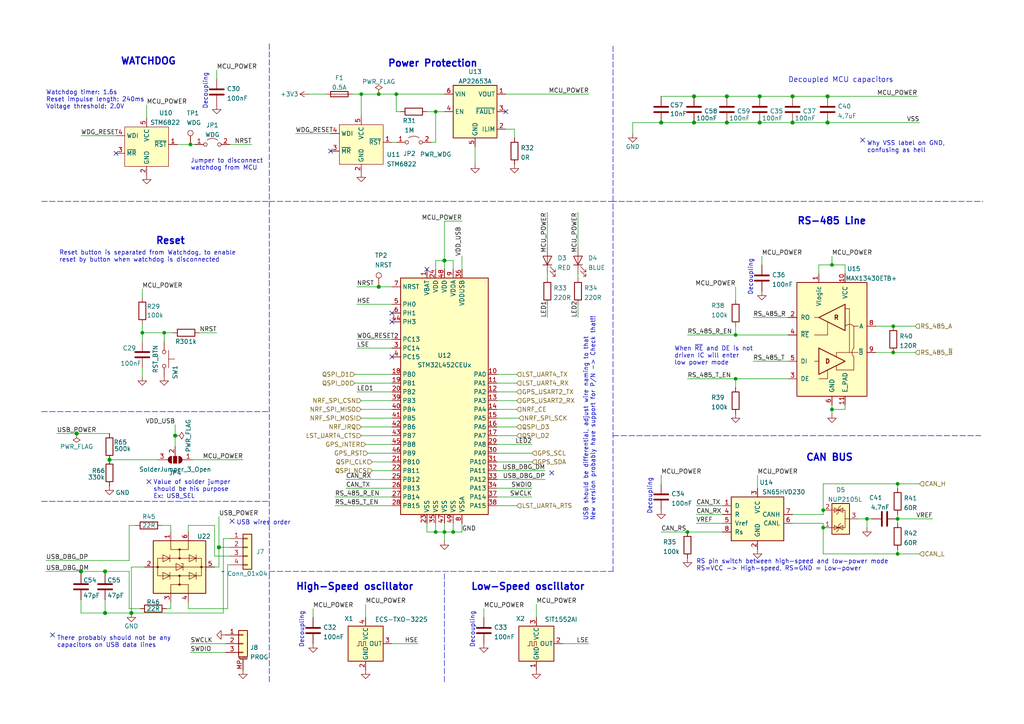
<source format=kicad_sch>
(kicad_sch (version 20210621) (generator eeschema)
  (paper "A4")
  (title_block (title "BUTCube - communication module") (date "2021-11-18") (rev "v0.2") (company "VUT - FIT(STRaDe) & FME(IAE & IPE)") (comment 1 "Author: Štěpán Rydlo"))
  (lib_symbols
    (symbol "Connector:TestPoint" (pin_numbers hide) (pin_names (offset 0.762) hide)
      (property "Reference" "TP" (at 0 6.858 0))
      (property "Value" "TestPoint" (at 0 5.08 0))
      (symbol "TestPoint_1_1"
        (pin passive line (at 0 0 90) (length 2.54) (name "1") (number "1"))
      )
    )
    (symbol "Connector_Generic:Conn_01x04" (pin_names (offset 1.016) hide)
      (property "Reference" "J" (at 0 5.08 0))
      (property "Value" "Conn_01x04" (at 0 -7.62 0))
      (symbol "Conn_01x04_1_1"
        (pin passive line (at -5.08 2.54 0) (length 3.81) (name "Pin_1") (number "1"))
        (pin passive line (at -5.08 0 0) (length 3.81) (name "Pin_2") (number "2"))
        (pin passive line (at -5.08 -2.54 0) (length 3.81) (name "Pin_3") (number "3"))
        (pin passive line (at -5.08 -5.08 0) (length 3.81) (name "Pin_4") (number "4"))
      )
    )
    (symbol "Connector_Generic_MountingPin:Conn_01x03_MountingPin" (pin_names (offset 1.016) hide)
      (property "Reference" "J" (at 0 5.08 0))
      (property "Value" "Conn_01x03_MountingPin" (at 1.27 -5.08 0))
      (symbol "Conn_01x03_MountingPin_1_1"
        (text "Mounting" (at 0 -4.191 0) (effects (font (size 0.381 0.381))))
        (pin passive line (at -5.08 2.54 0) (length 3.81) (name "Pin_1") (number "1"))
        (pin passive line (at -5.08 0 0) (length 3.81) (name "Pin_2") (number "2"))
        (pin passive line (at -5.08 -2.54 0) (length 3.81) (name "Pin_3") (number "3"))
        (pin passive line (at 0 -7.62 90) (length 3.048) (name "MountPin") (number "MP"))
      )
    )
    (symbol "Device:C" (pin_numbers hide) (pin_names (offset 0.254))
      (property "Reference" "C" (at 0.635 2.54 0))
      (property "Value" "C" (at 0.635 -2.54 0))
      (symbol "C_1_1"
        (pin passive line (at 0 3.81 270) (length 2.794) (name "~") (number "1"))
        (pin passive line (at 0 -3.81 90) (length 2.794) (name "~") (number "2"))
      )
    )
    (symbol "Device:Fuse" (pin_numbers hide) (pin_names (offset 0))
      (property "Reference" "F" (at 2.032 0 90))
      (property "Value" "Fuse" (at -1.905 0 90))
      (symbol "Fuse_1_1"
        (pin passive line (at 0 3.81 270) (length 1.27) (name "~") (number "1"))
        (pin passive line (at 0 -3.81 90) (length 1.27) (name "~") (number "2"))
      )
    )
    (symbol "Device:LED" (pin_numbers hide) (pin_names (offset 1.016) hide)
      (property "Reference" "D" (at 0 2.54 0))
      (property "Value" "LED" (at 0 -2.54 0))
      (symbol "LED_1_1"
        (pin passive line (at -3.81 0 0) (length 2.54) (name "K") (number "1"))
        (pin passive line (at 3.81 0 180) (length 2.54) (name "A") (number "2"))
      )
    )
    (symbol "Device:R" (pin_numbers hide) (pin_names (offset 0))
      (property "Reference" "R" (at 2.032 0 90))
      (property "Value" "R" (at 0 0 90))
      (symbol "R_1_1"
        (pin passive line (at 0 3.81 270) (length 1.27) (name "~") (number "1"))
        (pin passive line (at 0 -3.81 90) (length 1.27) (name "~") (number "2"))
      )
    )
    (symbol "Interface_CAN_LIN:SN65HVD230" (pin_names (offset 1.016))
      (property "Reference" "U" (at -2.54 10.16 0))
      (property "Value" "SN65HVD230" (at -2.54 7.62 0))
      (symbol "SN65HVD230_1_1"
        (pin input line (at -10.16 2.54 0) (length 2.54) (name "D") (number "1"))
        (pin power_in line (at 0 -10.16 90) (length 2.54) (name "GND") (number "2"))
        (pin power_in line (at 0 7.62 270) (length 2.54) (name "VCC") (number "3"))
        (pin output line (at -10.16 0 0) (length 2.54) (name "R") (number "4"))
        (pin output line (at -10.16 -2.54 0) (length 2.54) (name "Vref") (number "5"))
        (pin bidirectional line (at 10.16 -2.54 180) (length 2.54) (name "CANL") (number "6"))
        (pin bidirectional line (at 10.16 0 180) (length 2.54) (name "CANH") (number "7"))
        (pin input line (at -10.16 -5.08 0) (length 2.54) (name "Rs") (number "8"))
      )
    )
    (symbol "Jumper:Jumper_2_Open" (pin_names (offset 0) hide)
      (property "Reference" "JP" (at 0 2.794 0))
      (property "Value" "Jumper_2_Open" (at 0 -2.286 0))
      (symbol "Jumper_2_Open_1_1"
        (pin passive line (at -5.08 0 0) (length 2.54) (name "A") (number "1"))
        (pin passive line (at 5.08 0 180) (length 2.54) (name "B") (number "2"))
      )
    )
    (symbol "Jumper:SolderJumper_3_Open" (pin_names (offset 0) hide)
      (property "Reference" "JP" (at -2.54 -2.54 0))
      (property "Value" "SolderJumper_3_Open" (at 0 2.794 0))
      (symbol "SolderJumper_3_Open_1_1"
        (pin passive line (at -5.08 0 0) (length 2.54) (name "A") (number "1"))
        (pin input line (at 0 -3.81 90) (length 2.54) (name "C") (number "2"))
        (pin passive line (at 5.08 0 180) (length 2.54) (name "B") (number "3"))
      )
    )
    (symbol "Jumper_2_Open_1" (pin_names (offset 0) hide)
      (property "Reference" "JP" (at 0 2.794 0))
      (property "Value" "Jumper_2_Open_1" (at 0 -2.286 0))
      (symbol "Jumper_2_Open_1_1_1"
        (pin passive line (at -5.08 0 0) (length 2.54) (name "A") (number "1"))
        (pin passive line (at 5.08 0 180) (length 2.54) (name "B") (number "2"))
      )
    )
    (symbol "MCU_ST_STM32L4:STM32L452CEUx"
      (property "Reference" "U" (at -12.7 34.29 0))
      (property "Value" "STM32L452CEUx" (at 7.62 34.29 0))
      (symbol "STM32L452CEUx_1_1"
        (pin power_in line (at -5.08 35.56 270) (length 2.54) (name "VBAT") (number "1"))
        (pin bidirectional line (at 15.24 5.08 180) (length 2.54) (name "PA0") (number "10"))
        (pin bidirectional line (at 15.24 2.54 180) (length 2.54) (name "PA1") (number "11"))
        (pin bidirectional line (at 15.24 0 180) (length 2.54) (name "PA2") (number "12"))
        (pin bidirectional line (at 15.24 -2.54 180) (length 2.54) (name "PA3") (number "13"))
        (pin bidirectional line (at 15.24 -5.08 180) (length 2.54) (name "PA4") (number "14"))
        (pin bidirectional line (at 15.24 -7.62 180) (length 2.54) (name "PA5") (number "15"))
        (pin bidirectional line (at 15.24 -10.16 180) (length 2.54) (name "PA6") (number "16"))
        (pin bidirectional line (at 15.24 -12.7 180) (length 2.54) (name "PA7") (number "17"))
        (pin bidirectional line (at -15.24 5.08 0) (length 2.54) (name "PB0") (number "18"))
        (pin bidirectional line (at -15.24 2.54 0) (length 2.54) (name "PB1") (number "19"))
        (pin bidirectional line (at -15.24 15.24 0) (length 2.54) (name "PC13") (number "2"))
        (pin bidirectional line (at -15.24 0 0) (length 2.54) (name "PB2") (number "20"))
        (pin bidirectional line (at -15.24 -20.32 0) (length 2.54) (name "PB10") (number "21"))
        (pin bidirectional line (at -15.24 -22.86 0) (length 2.54) (name "PB11") (number "22"))
        (pin power_in line (at -5.08 -38.1 90) (length 2.54) (name "VSS") (number "23"))
        (pin power_in line (at -2.54 35.56 270) (length 2.54) (name "VDD") (number "24"))
        (pin bidirectional line (at -15.24 -25.4 0) (length 2.54) (name "PB12") (number "25"))
        (pin bidirectional line (at -15.24 -27.94 0) (length 2.54) (name "PB13") (number "26"))
        (pin bidirectional line (at -15.24 -30.48 0) (length 2.54) (name "PB14") (number "27"))
        (pin bidirectional line (at -15.24 -33.02 0) (length 2.54) (name "PB15") (number "28"))
        (pin bidirectional line (at 15.24 -15.24 180) (length 2.54) (name "PA8") (number "29"))
        (pin bidirectional line (at -15.24 12.7 0) (length 2.54) (name "PC14") (number "3"))
        (pin bidirectional line (at 15.24 -17.78 180) (length 2.54) (name "PA9") (number "30"))
        (pin bidirectional line (at 15.24 -20.32 180) (length 2.54) (name "PA10") (number "31"))
        (pin bidirectional line (at 15.24 -22.86 180) (length 2.54) (name "PA11") (number "32"))
        (pin bidirectional line (at 15.24 -25.4 180) (length 2.54) (name "PA12") (number "33"))
        (pin bidirectional line (at 15.24 -27.94 180) (length 2.54) (name "PA13") (number "34"))
        (pin power_in line (at -2.54 -38.1 90) (length 2.54) (name "VSS") (number "35"))
        (pin power_in line (at 5.08 35.56 270) (length 2.54) (name "VDDUSB") (number "36"))
        (pin bidirectional line (at 15.24 -30.48 180) (length 2.54) (name "PA14") (number "37"))
        (pin bidirectional line (at 15.24 -33.02 180) (length 2.54) (name "PA15") (number "38"))
        (pin bidirectional line (at -15.24 -2.54 0) (length 2.54) (name "PB3") (number "39"))
        (pin bidirectional line (at -15.24 10.16 0) (length 2.54) (name "PC15") (number "4"))
        (pin bidirectional line (at -15.24 -5.08 0) (length 2.54) (name "PB4") (number "40"))
        (pin bidirectional line (at -15.24 -7.62 0) (length 2.54) (name "PB5") (number "41"))
        (pin bidirectional line (at -15.24 -10.16 0) (length 2.54) (name "PB6") (number "42"))
        (pin bidirectional line (at -15.24 -12.7 0) (length 2.54) (name "PB7") (number "43"))
        (pin bidirectional line (at -15.24 20.32 0) (length 2.54) (name "PH3") (number "44"))
        (pin bidirectional line (at -15.24 -15.24 0) (length 2.54) (name "PB8") (number "45"))
        (pin bidirectional line (at -15.24 -17.78 0) (length 2.54) (name "PB9") (number "46"))
        (pin power_in line (at 0 -38.1 90) (length 2.54) (name "VSS") (number "47"))
        (pin power_in line (at 0 35.56 270) (length 2.54) (name "VDD") (number "48"))
        (pin power_in line (at 2.54 -38.1 90) (length 2.54) (name "VSS") (number "49"))
        (pin input line (at -15.24 25.4 0) (length 2.54) (name "PH0") (number "5"))
        (pin input line (at -15.24 22.86 0) (length 2.54) (name "PH1") (number "6"))
        (pin input line (at -15.24 30.48 0) (length 2.54) (name "NRST") (number "7"))
        (pin power_in line (at 5.08 -38.1 90) (length 2.54) (name "VSSA") (number "8"))
        (pin power_in line (at 2.54 35.56 270) (length 2.54) (name "VDDA") (number "9"))
      )
    )
    (symbol "Power_Protection:NUP2105L" (pin_names hide)
      (property "Reference" "D" (at 5.715 2.54 0))
      (property "Value" "NUP2105L" (at 5.715 0.635 0))
      (symbol "NUP2105L_0_0"
        (pin passive line (at 0 -5.08 90) (length 2.54) (name "A") (number "3"))
      )
      (symbol "NUP2105L_1_1"
        (pin passive line (at -2.54 5.08 270) (length 2.54) (name "K") (number "1"))
        (pin passive line (at 2.54 5.08 270) (length 2.54) (name "K") (number "2"))
      )
    )
    (symbol "Power_Protection:USBLC6-2P6" (pin_names hide)
      (property "Reference" "U" (at 2.54 8.89 0))
      (property "Value" "USBLC6-2P6" (at 2.54 -8.89 0))
      (symbol "USBLC6-2P6_1_1"
        (pin passive line (at -10.16 -2.54 0) (length 2.54) (name "I/O1") (number "1"))
        (pin passive line (at 0 -10.16 90) (length 2.54) (name "GND") (number "2"))
        (pin passive line (at 10.16 -2.54 180) (length 2.54) (name "I/O2") (number "3"))
        (pin passive line (at 10.16 2.54 180) (length 2.54) (name "I/O2") (number "4"))
        (pin passive line (at 0 10.16 270) (length 2.54) (name "VBUS") (number "5"))
        (pin passive line (at -10.16 2.54 0) (length 2.54) (name "I/O1") (number "6"))
      )
    )
    (symbol "Switch:SW_Push" (pin_numbers hide) (pin_names (offset 1.016) hide)
      (property "Reference" "SW" (at 1.27 2.54 0))
      (property "Value" "SW_Push" (at 0 -1.524 0))
      (symbol "SW_Push_0_1"
        (pin passive line (at -5.08 0 0) (length 2.54) (name "1") (number "1"))
        (pin passive line (at 5.08 0 180) (length 2.54) (name "2") (number "2"))
      )
    )
    (symbol "TCY_IC:MAX13430ETB+" (pin_names (offset 1.016))
      (property "Reference" "U" (at -10.16 19.05 0))
      (property "Value" "MAX13430ETB+" (at 5.08 19.05 0))
      (symbol "MAX13430ETB+_0_0"
        (text "D" (at -1.27 -5.08 0) (effects (font (size 1.27 1.27) bold)))
        (text "R" (at 1.27 7.62 0) (effects (font (size 1.27 1.27) bold)))
      )
      (symbol "MAX13430ETB+_1_1"
        (pin power_in line (at -3.81 20.32 270) (length 2.54) (name "Vlogic") (number "1"))
        (pin power_in line (at 3.81 20.32 270) (length 2.54) (name "VCC") (number "10"))
        (pin power_in line (at 3.81 -17.78 90) (length 2.54) (name "E_PAD") (number "11"))
        (pin output line (at -12.7 7.62 0) (length 2.54) (name "RO") (number "2"))
        (pin input line (at -12.7 -10.16 0) (length 2.54) (name "DE") (number "3"))
        (pin input line (at -12.7 2.54 0) (length 2.54) (name "~{RE}") (number "4"))
        (pin input line (at -12.7 -5.08 0) (length 2.54) (name "DI") (number "5"))
        (pin power_in line (at 0 -17.78 90) (length 2.54) (name "GND") (number "6"))
        (pin no_connect line (at 10.16 1.27 180) (length 2.54) hide (name "NC") (number "7"))
        (pin input line (at 12.7 5.08 180) (length 2.54) (name "A") (number "8"))
        (pin input line (at 12.7 -2.54 180) (length 2.54) (name "~{B}") (number "9"))
      )
    )
    (symbol "TCY_IC:STM6822"
      (property "Reference" "U" (at 6.35 13.97 0))
      (property "Value" "STM6822" (at 6.35 16.51 0))
      (symbol "STM6822_1_1"
        (pin open_collector line (at 8.89 6.35 180) (length 2.54) (name "~{RST}") (number "1"))
        (pin passive line (at 0 -2.54 90) (length 2.54) (name "GND") (number "2"))
        (pin input line (at -8.89 3.81 0) (length 2.54) (name "~{MR}") (number "3"))
        (pin input line (at -8.89 8.89 0) (length 2.54) (name "WDI") (number "4"))
        (pin power_in line (at 0 13.97 270) (length 2.54) (name "VCC") (number "5"))
      )
    )
    (symbol "TCY_ocillators:ECS-TXO-3225" (pin_names (offset 0.254))
      (property "Reference" "X" (at -6.35 6.35 0))
      (property "Value" "ECS-TXO-3225" (at 1.27 6.35 0))
      (symbol "ECS-TXO-3225_1_1"
        (pin no_connect line (at -7.62 0 0) (length 2.54) hide (name "NC") (number "1"))
        (pin power_in line (at 0 -7.62 90) (length 2.54) (name "GND") (number "2"))
        (pin output line (at 7.62 0 180) (length 2.54) (name "OUT") (number "3"))
        (pin power_in line (at 0 7.62 270) (length 2.54) (name "VCC") (number "4"))
      )
    )
    (symbol "TCY_ocillators:SiT1552AI" (pin_names (offset 0.254))
      (property "Reference" "X" (at -6.35 6.35 0))
      (property "Value" "SiT1552AI" (at 1.27 6.35 0))
      (symbol "SiT1552AI_1_1"
        (pin power_in line (at 0 -7.62 90) (length 2.54) (name "GND") (number "1"))
        (pin output line (at 7.62 0 180) (length 2.54) (name "OUT") (number "2"))
        (pin power_in line (at 0 7.62 270) (length 2.54) (name "VCC") (number "3"))
        (pin power_in line (at 0 -7.62 90) (length 2.54) hide (name "GND") (number "4"))
      )
    )
    (symbol "TCY_power_management:AP22653"
      (property "Reference" "U" (at 8.89 7.62 0))
      (property "Value" "AP22653" (at 0 7.62 0))
      (symbol "AP22653_1_1"
        (pin power_out line (at 8.89 2.54 180) (length 2.54) (name "VOUT") (number "1"))
        (pin passive line (at 8.89 -7.62 180) (length 2.54) (name "ILIM") (number "2"))
        (pin output line (at 8.89 -2.54 180) (length 2.54) (name "~{FAULT}") (number "3"))
        (pin input line (at -8.89 -2.54 0) (length 2.54) (name "EN") (number "4"))
        (pin passive line (at 0 -12.7 90) (length 2.54) (name "GND") (number "5"))
        (pin power_in line (at -8.89 2.54 0) (length 2.54) (name "VIN") (number "6"))
        (pin passive line (at 0 -12.7 90) (length 2.54) hide (name "E_PAD") (number "7"))
      )
    )
    (symbol "power:+3V3" (power) (pin_names (offset 0))
      (property "Value" "+3V3" (at 0 3.556 0))
      (symbol "+3V3_1_1"
        (pin power_in line (at 0 0 90) (length 0) hide (name "+3V3") (number "1"))
      )
    )
    (symbol "power:GND" (power) (pin_names (offset 0))
      (property "Value" "GND" (at 0 -3.81 0))
      (symbol "GND_1_1"
        (pin power_in line (at 0 0 270) (length 0) hide (name "GND") (number "1"))
      )
    )
    (symbol "power:PWR_FLAG" (power) (pin_numbers hide) (pin_names (offset 0) hide)
      (property "Value" "PWR_FLAG" (at 0 3.81 0))
      (symbol "PWR_FLAG_0_0"
        (pin power_out line (at 0 0 90) (length 0) (name "pwr") (number "1"))
      )
    )
  )
  (junction (at 22.225 125.73) (diameter 1.016))
  (junction (at 23.495 165.735) (diameter 1.016))
  (junction (at 30.48 165.735) (diameter 1.016))
  (junction (at 30.48 177.8) (diameter 1.016))
  (junction (at 31.75 133.35) (diameter 1.016))
  (junction (at 38.1 177.8) (diameter 1.016))
  (junction (at 41.275 96.52) (diameter 0.9144))
  (junction (at 47.625 96.52) (diameter 0.9144))
  (junction (at 50.8 126.365) (diameter 1.016))
  (junction (at 55.245 41.91) (diameter 0.9144))
  (junction (at 63.5 158.75) (diameter 1.016))
  (junction (at 104.775 27.305) (diameter 0.9144))
  (junction (at 109.855 27.305) (diameter 0.9144))
  (junction (at 109.855 83.185) (diameter 1.016))
  (junction (at 114.935 27.305) (diameter 0.9144))
  (junction (at 126.365 32.385) (diameter 0.9144))
  (junction (at 126.365 154.305) (diameter 0.9144))
  (junction (at 128.905 75.565) (diameter 1.016))
  (junction (at 128.905 154.305) (diameter 0.9144))
  (junction (at 131.445 154.305) (diameter 0.9144))
  (junction (at 191.77 35.56) (diameter 1.016))
  (junction (at 199.39 154.305) (diameter 0.9144))
  (junction (at 201.295 27.94) (diameter 1.016))
  (junction (at 201.295 35.56) (diameter 1.016))
  (junction (at 210.82 27.94) (diameter 1.016))
  (junction (at 210.82 35.56) (diameter 1.016))
  (junction (at 213.36 97.155) (diameter 0.9144))
  (junction (at 213.36 109.855) (diameter 0.9144))
  (junction (at 220.345 27.94) (diameter 1.016))
  (junction (at 220.345 35.56) (diameter 1.016))
  (junction (at 229.87 27.94) (diameter 1.016))
  (junction (at 229.87 35.56) (diameter 1.016))
  (junction (at 238.76 147.955) (diameter 0.9144))
  (junction (at 238.76 153.035) (diameter 0.9144))
  (junction (at 240.03 27.94) (diameter 1.016))
  (junction (at 240.03 35.56) (diameter 1.016))
  (junction (at 241.3 76.835) (diameter 0.9144))
  (junction (at 241.3 118.745) (diameter 0.9144))
  (junction (at 251.46 150.495) (diameter 0.9144))
  (junction (at 259.08 94.615) (diameter 0.9144))
  (junction (at 259.08 102.235) (diameter 0.9144))
  (junction (at 260.35 140.335) (diameter 0.9144))
  (junction (at 260.35 150.495) (diameter 0.9144))
  (junction (at 260.35 160.655) (diameter 0.9144))
  (no_connect (at 15.24 184.15))
  (no_connect (at 33.655 44.45))
  (no_connect (at 43.18 139.7))
  (no_connect (at 67.31 151.13))
  (no_connect (at 95.885 43.815))
  (no_connect (at 113.665 90.805))
  (no_connect (at 113.665 93.345))
  (no_connect (at 113.665 103.505))
  (no_connect (at 123.825 78.105))
  (no_connect (at 146.685 32.385))
  (no_connect (at 160.02 137.16))
  (no_connect (at 250.19 40.64))
  (wire (pts (xy 13.335 162.56) (xy 37.465 162.56)))
  (wire (pts (xy 13.335 165.735) (xy 23.495 165.735)))
  (wire (pts (xy 16.51 125.73) (xy 22.225 125.73)))
  (wire (pts (xy 22.225 125.73) (xy 31.75 125.73)))
  (wire (pts (xy 23.495 39.37) (xy 33.655 39.37)))
  (wire (pts (xy 23.495 165.735) (xy 23.495 166.37)))
  (wire (pts (xy 23.495 165.735) (xy 30.48 165.735)))
  (wire (pts (xy 23.495 173.99) (xy 23.495 177.8)))
  (wire (pts (xy 23.495 177.8) (xy 30.48 177.8)))
  (wire (pts (xy 30.48 165.735) (xy 30.48 166.37)))
  (wire (pts (xy 30.48 165.735) (xy 37.465 165.735)))
  (wire (pts (xy 30.48 173.99) (xy 30.48 177.8)))
  (wire (pts (xy 30.48 177.8) (xy 38.1 177.8)))
  (wire (pts (xy 31.75 133.35) (xy 45.72 133.35)))
  (wire (pts (xy 37.465 152.4) (xy 37.465 162.56)))
  (wire (pts (xy 37.465 165.735) (xy 37.465 176.53)))
  (wire (pts (xy 38.1 164.465) (xy 41.91 164.465)))
  (wire (pts (xy 38.1 177.8) (xy 38.1 164.465)))
  (wire (pts (xy 38.1 177.8) (xy 64.77 177.8)))
  (wire (pts (xy 39.37 152.4) (xy 37.465 152.4)))
  (wire (pts (xy 40.64 176.53) (xy 37.465 176.53)))
  (wire (pts (xy 41.275 83.82) (xy 41.275 86.36)))
  (wire (pts (xy 41.275 93.98) (xy 41.275 96.52)))
  (wire (pts (xy 41.275 96.52) (xy 41.275 99.06)))
  (wire (pts (xy 41.275 96.52) (xy 47.625 96.52)))
  (wire (pts (xy 41.275 106.68) (xy 41.275 109.22)))
  (wire (pts (xy 42.545 30.48) (xy 42.545 34.29)))
  (wire (pts (xy 46.99 152.4) (xy 49.53 152.4)))
  (wire (pts (xy 47.625 96.52) (xy 47.625 99.06)))
  (wire (pts (xy 47.625 96.52) (xy 50.165 96.52)))
  (wire (pts (xy 48.26 176.53) (xy 49.53 176.53)))
  (wire (pts (xy 49.53 154.305) (xy 49.53 152.4)))
  (wire (pts (xy 49.53 174.625) (xy 49.53 176.53)))
  (wire (pts (xy 50.8 123.19) (xy 50.8 126.365)))
  (wire (pts (xy 50.8 126.365) (xy 50.8 129.54)))
  (wire (pts (xy 51.435 41.91) (xy 55.245 41.91)))
  (wire (pts (xy 54.61 152.4) (xy 54.61 154.305)))
  (wire (pts (xy 54.61 174.625) (xy 54.61 176.53)))
  (wire (pts (xy 54.61 176.53) (xy 66.04 176.53)))
  (wire (pts (xy 55.245 41.91) (xy 56.515 41.91)))
  (wire (pts (xy 55.88 133.35) (xy 70.485 133.35)))
  (wire (pts (xy 57.785 96.52) (xy 62.865 96.52)))
  (wire (pts (xy 62.23 152.4) (xy 54.61 152.4)))
  (wire (pts (xy 62.23 161.29) (xy 62.23 152.4)))
  (wire (pts (xy 62.23 164.465) (xy 63.5 164.465)))
  (wire (pts (xy 62.865 20.32) (xy 62.865 22.86)))
  (wire (pts (xy 63.5 149.86) (xy 63.5 158.75)))
  (wire (pts (xy 63.5 158.75) (xy 63.5 164.465)))
  (wire (pts (xy 63.5 158.75) (xy 66.675 158.75)))
  (wire (pts (xy 64.77 156.21) (xy 64.77 177.8)))
  (wire (pts (xy 65.405 186.69) (xy 55.245 186.69)))
  (wire (pts (xy 65.405 189.23) (xy 55.245 189.23)))
  (wire (pts (xy 66.04 163.83) (xy 66.04 176.53)))
  (wire (pts (xy 66.675 41.91) (xy 73.025 41.91)))
  (wire (pts (xy 66.675 156.21) (xy 64.77 156.21)))
  (wire (pts (xy 66.675 161.29) (xy 62.23 161.29)))
  (wire (pts (xy 66.675 163.83) (xy 66.04 163.83)))
  (wire (pts (xy 85.725 38.735) (xy 95.885 38.735)))
  (wire (pts (xy 89.535 27.305) (xy 94.615 27.305)))
  (wire (pts (xy 90.805 176.53) (xy 90.805 179.07)))
  (wire (pts (xy 97.155 144.145) (xy 113.665 144.145)))
  (wire (pts (xy 97.155 146.685) (xy 113.665 146.685)))
  (wire (pts (xy 100.33 139.065) (xy 113.665 139.065)))
  (wire (pts (xy 100.33 141.605) (xy 113.665 141.605)))
  (wire (pts (xy 102.235 27.305) (xy 104.775 27.305)))
  (wire (pts (xy 102.87 108.585) (xy 113.665 108.585)))
  (wire (pts (xy 102.87 111.125) (xy 113.665 111.125)))
  (wire (pts (xy 103.505 83.185) (xy 109.855 83.185)))
  (wire (pts (xy 103.505 88.265) (xy 113.665 88.265)))
  (wire (pts (xy 103.505 98.425) (xy 113.665 98.425)))
  (wire (pts (xy 103.505 100.965) (xy 113.665 100.965)))
  (wire (pts (xy 104.775 27.305) (xy 109.855 27.305)))
  (wire (pts (xy 104.775 33.655) (xy 104.775 27.305)))
  (wire (pts (xy 104.775 116.205) (xy 113.665 116.205)))
  (wire (pts (xy 104.775 118.745) (xy 113.665 118.745)))
  (wire (pts (xy 104.775 121.285) (xy 113.665 121.285)))
  (wire (pts (xy 104.775 123.825) (xy 113.665 123.825)))
  (wire (pts (xy 104.775 126.365) (xy 113.665 126.365)))
  (wire (pts (xy 106.045 128.905) (xy 113.665 128.905)))
  (wire (pts (xy 106.045 175.26) (xy 106.045 179.07)))
  (wire (pts (xy 106.68 131.445) (xy 113.665 131.445)))
  (wire (pts (xy 109.855 27.305) (xy 114.935 27.305)))
  (wire (pts (xy 109.855 83.185) (xy 113.665 83.185)))
  (wire (pts (xy 113.665 41.275) (xy 114.935 41.275)))
  (wire (pts (xy 113.665 113.665) (xy 103.505 113.665)))
  (wire (pts (xy 113.665 133.985) (xy 107.95 133.985)))
  (wire (pts (xy 113.665 136.525) (xy 107.95 136.525)))
  (wire (pts (xy 113.665 186.69) (xy 121.285 186.69)))
  (wire (pts (xy 114.935 27.305) (xy 114.935 32.385)))
  (wire (pts (xy 114.935 27.305) (xy 128.905 27.305)))
  (wire (pts (xy 116.205 32.385) (xy 114.935 32.385)))
  (wire (pts (xy 123.825 32.385) (xy 126.365 32.385)))
  (wire (pts (xy 123.825 154.305) (xy 123.825 151.765)))
  (wire (pts (xy 125.095 41.275) (xy 126.365 41.275)))
  (wire (pts (xy 126.365 32.385) (xy 126.365 41.275)))
  (wire (pts (xy 126.365 32.385) (xy 128.905 32.385)))
  (wire (pts (xy 126.365 75.565) (xy 128.905 75.565)))
  (wire (pts (xy 126.365 78.105) (xy 126.365 75.565)))
  (wire (pts (xy 126.365 151.765) (xy 126.365 154.305)))
  (wire (pts (xy 126.365 154.305) (xy 123.825 154.305)))
  (wire (pts (xy 128.905 64.135) (xy 128.905 75.565)))
  (wire (pts (xy 128.905 64.135) (xy 133.985 64.135)))
  (wire (pts (xy 128.905 75.565) (xy 128.905 78.105)))
  (wire (pts (xy 128.905 75.565) (xy 131.445 75.565)))
  (wire (pts (xy 128.905 151.765) (xy 128.905 154.305)))
  (wire (pts (xy 128.905 154.305) (xy 126.365 154.305)))
  (wire (pts (xy 128.905 154.305) (xy 131.445 154.305)))
  (wire (pts (xy 128.905 156.845) (xy 128.905 154.305)))
  (wire (pts (xy 131.445 78.105) (xy 131.445 75.565)))
  (wire (pts (xy 131.445 151.765) (xy 131.445 154.305)))
  (wire (pts (xy 131.445 154.305) (xy 133.985 154.305)))
  (wire (pts (xy 133.985 74.295) (xy 133.985 78.105)))
  (wire (pts (xy 133.985 154.305) (xy 133.985 151.765)))
  (wire (pts (xy 137.795 42.545) (xy 137.795 47.625)))
  (wire (pts (xy 140.335 176.53) (xy 140.335 179.07)))
  (wire (pts (xy 144.145 108.585) (xy 149.86 108.585)))
  (wire (pts (xy 144.145 111.125) (xy 149.86 111.125)))
  (wire (pts (xy 144.145 113.665) (xy 149.86 113.665)))
  (wire (pts (xy 144.145 116.205) (xy 149.86 116.205)))
  (wire (pts (xy 144.145 118.745) (xy 149.86 118.745)))
  (wire (pts (xy 144.145 121.285) (xy 150.495 121.285)))
  (wire (pts (xy 144.145 123.825) (xy 149.86 123.825)))
  (wire (pts (xy 144.145 126.365) (xy 149.86 126.365)))
  (wire (pts (xy 144.145 128.905) (xy 154.305 128.905)))
  (wire (pts (xy 144.145 131.445) (xy 154.305 131.445)))
  (wire (pts (xy 144.145 133.985) (xy 154.305 133.985)))
  (wire (pts (xy 144.145 136.525) (xy 158.115 136.525)))
  (wire (pts (xy 144.145 139.065) (xy 158.115 139.065)))
  (wire (pts (xy 144.145 141.605) (xy 154.305 141.605)))
  (wire (pts (xy 144.145 144.145) (xy 154.305 144.145)))
  (wire (pts (xy 144.145 146.685) (xy 149.86 146.685)))
  (wire (pts (xy 146.685 27.305) (xy 170.815 27.305)))
  (wire (pts (xy 146.685 37.465) (xy 149.225 37.465)))
  (wire (pts (xy 149.225 37.465) (xy 149.225 40.005)))
  (wire (pts (xy 155.575 175.26) (xy 155.575 179.07)))
  (wire (pts (xy 158.75 61.595) (xy 158.75 71.755)))
  (wire (pts (xy 158.75 79.375) (xy 158.75 80.645)))
  (wire (pts (xy 158.75 88.265) (xy 158.75 92.075)))
  (wire (pts (xy 163.195 186.69) (xy 170.815 186.69)))
  (wire (pts (xy 167.64 61.595) (xy 167.64 71.755)))
  (wire (pts (xy 167.64 79.375) (xy 167.64 80.645)))
  (wire (pts (xy 167.64 88.265) (xy 167.64 92.075)))
  (wire (pts (xy 183.515 35.56) (xy 191.77 35.56)))
  (wire (pts (xy 183.515 38.735) (xy 183.515 35.56)))
  (wire (pts (xy 191.77 27.94) (xy 201.295 27.94)))
  (wire (pts (xy 191.77 35.56) (xy 201.295 35.56)))
  (wire (pts (xy 191.77 137.795) (xy 191.77 140.335)))
  (wire (pts (xy 191.77 154.305) (xy 199.39 154.305)))
  (wire (pts (xy 199.39 97.155) (xy 213.36 97.155)))
  (wire (pts (xy 199.39 109.855) (xy 213.36 109.855)))
  (wire (pts (xy 199.39 154.305) (xy 209.55 154.305)))
  (wire (pts (xy 201.295 27.94) (xy 210.82 27.94)))
  (wire (pts (xy 201.295 35.56) (xy 210.82 35.56)))
  (wire (pts (xy 201.93 146.685) (xy 209.55 146.685)))
  (wire (pts (xy 201.93 149.225) (xy 209.55 149.225)))
  (wire (pts (xy 201.93 151.765) (xy 209.55 151.765)))
  (wire (pts (xy 210.82 27.94) (xy 220.345 27.94)))
  (wire (pts (xy 210.82 35.56) (xy 220.345 35.56)))
  (wire (pts (xy 213.36 83.185) (xy 213.36 86.995)))
  (wire (pts (xy 213.36 94.615) (xy 213.36 97.155)))
  (wire (pts (xy 213.36 97.155) (xy 228.6 97.155)))
  (wire (pts (xy 213.36 109.855) (xy 213.36 112.395)))
  (wire (pts (xy 213.36 109.855) (xy 228.6 109.855)))
  (wire (pts (xy 218.44 92.075) (xy 228.6 92.075)))
  (wire (pts (xy 218.44 104.775) (xy 228.6 104.775)))
  (wire (pts (xy 219.71 137.795) (xy 219.71 141.605)))
  (wire (pts (xy 220.345 27.94) (xy 229.87 27.94)))
  (wire (pts (xy 220.345 35.56) (xy 229.87 35.56)))
  (wire (pts (xy 220.98 74.295) (xy 220.98 76.835)))
  (wire (pts (xy 229.87 27.94) (xy 240.03 27.94)))
  (wire (pts (xy 229.87 35.56) (xy 240.03 35.56)))
  (wire (pts (xy 229.87 149.225) (xy 238.76 149.225)))
  (wire (pts (xy 229.87 151.765) (xy 238.76 151.765)))
  (wire (pts (xy 237.49 76.835) (xy 241.3 76.835)))
  (wire (pts (xy 237.49 79.375) (xy 237.49 76.835)))
  (wire (pts (xy 238.76 140.335) (xy 238.76 147.955)))
  (wire (pts (xy 238.76 149.225) (xy 238.76 147.955)))
  (wire (pts (xy 238.76 151.765) (xy 238.76 153.035)))
  (wire (pts (xy 238.76 153.035) (xy 238.76 160.655)))
  (wire (pts (xy 240.03 27.94) (xy 266.065 27.94)))
  (wire (pts (xy 240.03 35.56) (xy 266.7 35.56)))
  (wire (pts (xy 241.3 76.835) (xy 241.3 74.295)))
  (wire (pts (xy 241.3 117.475) (xy 241.3 118.745)))
  (wire (pts (xy 241.3 118.745) (xy 241.3 120.015)))
  (wire (pts (xy 245.11 76.835) (xy 241.3 76.835)))
  (wire (pts (xy 245.11 79.375) (xy 245.11 76.835)))
  (wire (pts (xy 245.11 117.475) (xy 245.11 118.745)))
  (wire (pts (xy 245.11 118.745) (xy 241.3 118.745)))
  (wire (pts (xy 248.92 150.495) (xy 251.46 150.495)))
  (wire (pts (xy 251.46 150.495) (xy 251.46 153.035)))
  (wire (pts (xy 251.46 150.495) (xy 252.73 150.495)))
  (wire (pts (xy 254 94.615) (xy 259.08 94.615)))
  (wire (pts (xy 254 102.235) (xy 259.08 102.235)))
  (wire (pts (xy 259.08 94.615) (xy 265.43 94.615)))
  (wire (pts (xy 259.08 102.235) (xy 265.43 102.235)))
  (wire (pts (xy 260.35 140.335) (xy 238.76 140.335)))
  (wire (pts (xy 260.35 140.335) (xy 260.35 141.605)))
  (wire (pts (xy 260.35 149.225) (xy 260.35 150.495)))
  (wire (pts (xy 260.35 150.495) (xy 270.51 150.495)))
  (wire (pts (xy 260.35 151.765) (xy 260.35 150.495)))
  (wire (pts (xy 260.35 159.385) (xy 260.35 160.655)))
  (wire (pts (xy 260.35 160.655) (xy 238.76 160.655)))
  (wire (pts (xy 266.7 140.335) (xy 260.35 140.335)))
  (wire (pts (xy 266.7 160.655) (xy 260.35 160.655)))
  (polyline (pts (xy 12.065 58.42) (xy 78.105 58.42)) (stroke (width 0) (type dash)))
  (polyline (pts (xy 12.065 119.38) (xy 78.105 119.38)) (stroke (width 0) (type dash)))
  (polyline (pts (xy 12.065 145.415) (xy 78.105 145.415)) (stroke (width 0) (type dash)))
  (polyline (pts (xy 78.105 12.7) (xy 78.105 166.37)) (stroke (width 0) (type dash)))
  (polyline (pts (xy 78.105 58.42) (xy 177.165 58.42)) (stroke (width 0) (type dash)))
  (polyline (pts (xy 78.105 165.735) (xy 177.8 165.735)) (stroke (width 0) (type dash)))
  (polyline (pts (xy 78.105 166.37) (xy 78.105 198.12)) (stroke (width 0) (type dash)))
  (polyline (pts (xy 128.905 166.37) (xy 128.905 198.12)) (stroke (width 0) (type dash)))
  (polyline (pts (xy 177.165 58.42) (xy 191.135 58.42)) (stroke (width 0) (type dash)))
  (polyline (pts (xy 177.8 13.335) (xy 177.8 165.735)) (stroke (width 0) (type dash)))
  (polyline (pts (xy 177.8 126.365) (xy 284.48 126.365)) (stroke (width 0) (type dash)))
  (polyline (pts (xy 191.135 58.42) (xy 285.115 58.42)) (stroke (width 0) (type dash)))
  (text "Watchdog timer: 1.6s\nReset impulse length: 240ms\nVoltage threshold: 2.0V" (at 13.335 31.75 0) (effects (font (size 1.27 1.27)) (justify left bottom)))
  (text "There probably should not be any\ncapacitors on USB data lines" (at 16.51 187.96 0) (effects (font (size 1.27 1.27)) (justify left bottom)))
  (text "Reset button is separated from Watchdog, to enable\nreset by button when watchdog is disconnected" (at 17.145 76.2 0) (effects (font (size 1.27 1.27)) (justify left bottom)))
  (text "WATCHDOG" (at 34.925 19.05 0) (effects (font (size 2 2) (thickness 0.4) bold) (justify left bottom)))
  (text "Value of solder jumper\nshould be his purpose\nEx: USB_SEL" (at 44.45 144.78 0) (effects (font (size 1.27 1.27)) (justify left bottom)))
  (text "Reset" (at 45.085 71.12 0) (effects (font (size 2 2) (thickness 0.4) bold) (justify left bottom)))
  (text "Jumper to disconnect\nwatchdog from MCU" (at 55.245 49.53 0) (effects (font (size 1.27 1.27)) (justify left bottom)))
  (text "Decoupling" (at 60.325 31.75 90) (effects (font (size 1.27 1.27)) (justify left bottom)))
  (text "USB wires order" (at 68.58 152.4 0) (effects (font (size 1.27 1.27)) (justify left bottom)))
  (text "High-Speed oscillator" (at 85.725 171.45 0) (effects (font (size 2 2) (thickness 0.4) bold) (justify left bottom)))
  (text "Decoupling" (at 88.265 187.96 90) (effects (font (size 1.27 1.27)) (justify left bottom)))
  (text "Power Protection" (at 112.395 19.685 0) (effects (font (size 2 2) (thickness 0.4) bold) (justify left bottom)))
  (text "Low-Speed oscillator" (at 136.525 171.45 0) (effects (font (size 2 2) (thickness 0.4) bold) (justify left bottom)))
  (text "Decoupling" (at 137.795 187.96 90) (effects (font (size 1.27 1.27)) (justify left bottom)))
  (text "USB should be differential, adjust wire naming to that\nNew version probably have support for P/N -> Check that!!\n" (at 172.72 151.13 90) (effects (font (size 1.27 1.27)) (justify left bottom)))
  (text "Decoupling" (at 189.23 149.225 90) (effects (font (size 1.27 1.27)) (justify left bottom)))
  (text "When ~{RE} and DE is not\ndriven IC will enter\nlow power mode" (at 195.58 106.045 0) (effects (font (size 1.27 1.27)) (justify left bottom)))
  (text "RS pin switch between high-speed and low-power mode\nRS=VCC -> High-speed, RS=GND = Low-power" (at 201.93 165.735 0) (effects (font (size 1.27 1.27)) (justify left bottom)))
  (text "Decoupling" (at 218.44 85.725 90) (effects (font (size 1.27 1.27)) (justify left bottom)))
  (text "Decoupled MCU capacitors" (at 228.6 24.13 0) (effects (font (size 1.5 1.5)) (justify left bottom)))
  (text "RS-485 Line" (at 231.14 65.405 0) (effects (font (size 2 2) (thickness 0.4) bold) (justify left bottom)))
  (text "CAN BUS" (at 233.68 133.985 0) (effects (font (size 2 2) (thickness 0.4) bold) (justify left bottom)))
  (text "\n\n" (at 243.84 40.005 0) (effects (font (size 1.27 1.27)) (justify left bottom)))
  (text "Why VSS label on GND,\nconfusing as hell" (at 251.46 44.45 0) (effects (font (size 1.27 1.27)) (justify left bottom)))
  (label "USB_DBG_DP" (at 13.335 162.56 0))
  (label "USB_DBG_DM" (at 13.335 165.735 0))
  (label "USB_POWER" (at 16.51 125.73 0))
  (label "WDG_RESET" (at 23.495 39.37 0))
  (label "MCU_POWER" (at 41.275 83.82 0))
  (label "MCU_POWER" (at 42.545 30.48 0))
  (label "VDD_USB" (at 50.8 123.19 180))
  (label "SWCLK" (at 55.245 186.69 0))
  (label "SWDIO" (at 55.245 189.23 0))
  (label "MCU_POWER" (at 62.865 20.32 0))
  (label "NRST" (at 62.865 96.52 180))
  (label "USB_POWER" (at 63.5 149.86 0))
  (label "MCU_POWER" (at 70.485 133.35 180))
  (label "NRST" (at 73.025 41.91 180))
  (label "WDG_RESET" (at 85.725 38.735 0))
  (label "MCU_POWER" (at 90.805 176.53 0))
  (label "RS_485_R_EN" (at 97.155 144.145 0))
  (label "RS_485_T_EN" (at 97.155 146.685 0))
  (label "CAN_RX" (at 100.33 139.065 0))
  (label "CAN_TX" (at 100.33 141.605 0))
  (label "NRST" (at 103.505 83.185 0))
  (label "HSE" (at 103.505 88.265 0))
  (label "WDG_RESET" (at 103.505 98.425 0))
  (label "LSE" (at 103.505 100.965 0))
  (label "LED1" (at 103.505 113.665 0))
  (label "MCU_POWER" (at 106.045 175.26 0))
  (label "HSE" (at 121.285 186.69 180))
  (label "MCU_POWER" (at 133.985 64.135 180))
  (label "VDD_USB" (at 133.985 74.295 90))
  (label "GND" (at 133.985 154.305 0))
  (label "MCU_POWER" (at 140.335 176.53 0))
  (label "LED2" (at 154.305 128.905 180))
  (label "SWDIO" (at 154.305 141.605 180))
  (label "SWCLK" (at 154.305 144.145 180))
  (label "MCU_POWER" (at 155.575 175.26 0))
  (label "USB_DBG_DM" (at 158.115 136.525 180))
  (label "USB_DBG_DP" (at 158.115 139.065 180))
  (label "MCU_POWER" (at 158.75 61.595 270))
  (label "LED1" (at 158.75 92.075 90))
  (label "MCU_POWER" (at 167.64 61.595 270))
  (label "LED2" (at 167.64 92.075 90))
  (label "MCU_POWER" (at 170.815 27.305 180))
  (label "LSE" (at 170.815 186.69 180))
  (label "MCU_POWER" (at 191.77 137.795 0))
  (label "CAN_RS" (at 191.77 154.305 0))
  (label "RS_485_R_EN" (at 199.39 97.155 0))
  (label "RS_485_T_EN" (at 199.39 109.855 0))
  (label "CAN_TX" (at 201.93 146.685 0))
  (label "CAN_RX" (at 201.93 149.225 0))
  (label "VREF" (at 201.93 151.765 0))
  (label "MCU_POWER" (at 213.36 83.185 180))
  (label "RS_485_R" (at 218.44 92.075 0))
  (label "RS_485_T" (at 218.44 104.775 0))
  (label "MCU_POWER" (at 219.71 137.795 0))
  (label "MCU_POWER" (at 220.98 74.295 0))
  (label "MCU_POWER" (at 241.3 74.295 0))
  (label "MCU_POWER" (at 266.065 27.94 180))
  (label "VSS" (at 266.7 35.56 180))
  (label "VREF" (at 270.51 150.495 180))
  (hierarchical_label "QSPI_D1" (shape input) (at 102.87 108.585 180))
  (hierarchical_label "QSPI_D0" (shape input) (at 102.87 111.125 180))
  (hierarchical_label "NRF_SPI_CSN" (shape input) (at 104.775 116.205 180))
  (hierarchical_label "NRF_SPI_MISO" (shape input) (at 104.775 118.745 180))
  (hierarchical_label "NRF_SPI_MOSI" (shape input) (at 104.775 121.285 180))
  (hierarchical_label "NRF_IRQ" (shape input) (at 104.775 123.825 180))
  (hierarchical_label "LST_UART4_CTS" (shape input) (at 104.775 126.365 180))
  (hierarchical_label "GPS_INTER" (shape input) (at 106.045 128.905 180))
  (hierarchical_label "GPS_RST" (shape input) (at 106.68 131.445 180))
  (hierarchical_label "QSPI_CLK" (shape input) (at 107.95 133.985 180))
  (hierarchical_label "QSPI_NCS" (shape input) (at 107.95 136.525 180))
  (hierarchical_label "LST_UART4_TX" (shape input) (at 149.86 108.585 0))
  (hierarchical_label "LST_UART4_RX" (shape input) (at 149.86 111.125 0))
  (hierarchical_label "GPS_USART2_TX" (shape input) (at 149.86 113.665 0))
  (hierarchical_label "GPS_USART2_RX" (shape input) (at 149.86 116.205 0))
  (hierarchical_label "NRF_CE" (shape input) (at 149.86 118.745 0))
  (hierarchical_label "QSPI_D3" (shape input) (at 149.86 123.825 0))
  (hierarchical_label "QSPI_D2" (shape input) (at 149.86 126.365 0))
  (hierarchical_label "LST_UART4_RTS" (shape input) (at 149.86 146.685 0))
  (hierarchical_label "NRF_SPI_SCK" (shape input) (at 150.495 121.285 0))
  (hierarchical_label "GPS_SCL" (shape input) (at 154.305 131.445 0))
  (hierarchical_label "GPS_SDA" (shape input) (at 154.305 133.985 0))
  (hierarchical_label "RS_485_A" (shape input) (at 265.43 94.615 0))
  (hierarchical_label "RS_485_~{B}" (shape input) (at 265.43 102.235 0))
  (hierarchical_label "CAN_H" (shape input) (at 266.7 140.335 0))
  (hierarchical_label "CAN_L" (shape input) (at 266.7 160.655 0))
  (symbol (lib_id "power:+3V3") (at 89.535 27.305 90) (unit 1)
    (property "Reference" "#PWR0157" (effects hide))
    (property "Value" "+3V3" (at 81.28 27.3049 90) (effects (justify right)))
  )
  (symbol (lib_id "power:PWR_FLAG") (at 22.225 125.73 180) (unit 1)
    (property "Reference" "#FLG0103" (effects hide))
    (property "Value" "PWR_FLAG" (at 22.225 129.54 0))
  )
  (symbol (lib_id "power:PWR_FLAG") (at 50.8 126.365 270) (unit 1)
    (property "Reference" "#FLG07" (effects hide))
    (property "Value" "PWR_FLAG" (at 54.61 126.365 0))
  )
  (symbol (lib_id "power:PWR_FLAG") (at 109.855 27.305 0) (unit 1)
    (property "Reference" "#FLG0101" (effects hide))
    (property "Value" "PWR_FLAG" (at 109.855 23.7004 0))
  )
  (symbol (lib_id "Connector:TestPoint") (at 55.245 41.91 0) (unit 1)
    (property "Reference" "TP1" (at 54.1021 32.81 0) (effects (justify left)))
    (property "Value" "WDG" (at 54.1021 35.5851 0) (effects (justify left)))
    (property "Footprint" "TCY_connectors:TestPoint_Pad_D0.5mm" (effects hide))
  )
  (symbol (lib_id "Connector:TestPoint") (at 109.855 83.185 0) (unit 1)
    (property "Reference" "TP2" (at 108.7121 74.085 0) (effects (justify left)))
    (property "Value" "NRST" (at 108.7121 76.8601 0) (effects (justify left)))
    (property "Footprint" "TCY_connectors:TestPoint_Pad_D0.5mm" (effects hide))
  )
  (symbol (lib_id "power:GND") (at 31.75 140.97 0) (unit 1)
    (property "Reference" "#PWR0134" (effects hide))
    (property "Value" "GND" (at 35.56 142.875 0))
  )
  (symbol (lib_id "power:GND") (at 38.1 177.8 0) (unit 1)
    (property "Reference" "#PWR0141" (effects hide))
    (property "Value" "GND" (at 38.1 181.61 0))
  )
  (symbol (lib_id "power:GND") (at 41.275 109.22 0) (unit 1)
    (property "Reference" "#PWR0127" (effects hide))
    (property "Value" "GND" (effects hide))
  )
  (symbol (lib_id "power:GND") (at 42.545 50.8 0) (unit 1)
    (property "Reference" "#PWR0125" (effects hide))
    (property "Value" "GND" (effects hide))
  )
  (symbol (lib_id "power:GND") (at 47.625 109.22 0) (unit 1)
    (property "Reference" "#PWR0128" (effects hide))
    (property "Value" "GND" (effects hide))
  )
  (symbol (lib_id "power:GND") (at 62.865 30.48 0) (unit 1)
    (property "Reference" "#PWR0126" (effects hide))
    (property "Value" "GND" (effects hide))
  )
  (symbol (lib_id "power:GND") (at 65.405 184.15 270) (unit 1)
    (property "Reference" "#PWR0132" (effects hide))
    (property "Value" "GND" (effects hide))
  )
  (symbol (lib_id "power:GND") (at 70.485 194.31 0) (unit 1)
    (property "Reference" "#PWR0131" (effects hide))
    (property "Value" "GND" (effects hide))
  )
  (symbol (lib_id "power:GND") (at 90.805 186.69 0) (unit 1)
    (property "Reference" "#PWR0133" (effects hide))
    (property "Value" "GND" (effects hide))
  )
  (symbol (lib_id "power:GND") (at 104.775 50.165 0) (unit 1)
    (property "Reference" "#PWR0137" (effects hide))
    (property "Value" "GND" (effects hide))
  )
  (symbol (lib_id "power:GND") (at 106.045 194.31 0) (unit 1)
    (property "Reference" "#PWR0135" (effects hide))
    (property "Value" "GND" (effects hide))
  )
  (symbol (lib_id "power:GND") (at 128.905 156.845 0) (unit 1)
    (property "Reference" "#PWR0138" (effects hide))
    (property "Value" "GND" (effects hide))
  )
  (symbol (lib_id "power:GND") (at 137.795 47.625 0) (unit 1)
    (property "Reference" "#PWR0139" (effects hide))
    (property "Value" "GND" (effects hide))
  )
  (symbol (lib_id "power:GND") (at 140.335 186.69 0) (unit 1)
    (property "Reference" "#PWR0130" (effects hide))
    (property "Value" "GND" (effects hide))
  )
  (symbol (lib_id "power:GND") (at 149.225 47.625 0) (unit 1)
    (property "Reference" "#PWR0124" (effects hide))
    (property "Value" "GND" (effects hide))
  )
  (symbol (lib_id "power:GND") (at 155.575 194.31 0) (unit 1)
    (property "Reference" "#PWR0129" (effects hide))
    (property "Value" "GND" (effects hide))
  )
  (symbol (lib_id "power:GND") (at 183.515 38.735 0) (unit 1)
    (property "Reference" "#PWR0116" (effects hide))
    (property "Value" "GND" (at 183.515 42.545 0))
  )
  (symbol (lib_id "power:GND") (at 191.77 147.955 0) (unit 1)
    (property "Reference" "#PWR0121" (effects hide))
    (property "Value" "GND" (effects hide))
  )
  (symbol (lib_id "power:GND") (at 199.39 161.925 0) (unit 1)
    (property "Reference" "#PWR0119" (effects hide))
    (property "Value" "GND" (effects hide))
  )
  (symbol (lib_id "power:GND") (at 213.36 120.015 0) (unit 1)
    (property "Reference" "#PWR0120" (effects hide))
    (property "Value" "GND" (effects hide))
  )
  (symbol (lib_id "power:GND") (at 219.71 159.385 0) (unit 1)
    (property "Reference" "#PWR0118" (effects hide))
    (property "Value" "GND" (effects hide))
  )
  (symbol (lib_id "power:GND") (at 220.98 84.455 0) (unit 1)
    (property "Reference" "#PWR0117" (effects hide))
    (property "Value" "GND" (effects hide))
  )
  (symbol (lib_id "power:GND") (at 241.3 120.015 0) (unit 1)
    (property "Reference" "#PWR0122" (effects hide))
    (property "Value" "GND" (effects hide))
  )
  (symbol (lib_id "power:GND") (at 251.46 153.035 0) (unit 1)
    (property "Reference" "#PWR0123" (effects hide))
    (property "Value" "GND" (effects hide))
  )
  (symbol (lib_id "Device:Fuse") (at 98.425 27.305 90) (unit 1)
    (property "Reference" "F1" (at 98.425 22.5764 90))
    (property "Value" "0.5A" (at 98.425 25.3515 90))
    (property "Footprint" "Fuse:Fuse_0805_2012Metric" (effects hide))
  )
  (symbol (lib_id "Device:R") (at 31.75 129.54 0) (unit 1)
    (property "Reference" "R65" (at 34.925 128.27 0))
    (property "Value" "500k" (at 35.56 130.175 0))
    (property "Footprint" "Inductor_SMD:L_0603_1608Metric" (effects hide))
  )
  (symbol (lib_id "Device:R") (at 31.75 137.16 0) (unit 1)
    (property "Reference" "R66" (at 28.575 136.525 0))
    (property "Value" "330k" (at 27.94 138.43 0))
    (property "Footprint" "Resistor_SMD:R_0603_1608Metric" (effects hide))
  )
  (symbol (lib_id "Device:R") (at 41.275 90.17 0) (unit 1)
    (property "Reference" "R29" (at 42.545 88.9 0) (effects (justify left)))
    (property "Value" "100k" (at 42.545 91.44 0) (effects (justify left)))
    (property "Footprint" "Resistor_SMD:R_0603_1608Metric" (effects hide))
  )
  (symbol (lib_id "Device:R") (at 43.18 152.4 270) (unit 1)
    (property "Reference" "R45" (at 43.18 149.86 90))
    (property "Value" "22R" (at 43.18 152.4 90))
    (property "Footprint" "Resistor_SMD:R_0603_1608Metric" (effects hide))
  )
  (symbol (lib_id "Device:R") (at 44.45 176.53 90) (unit 1)
    (property "Reference" "R46" (at 44.45 174.625 90))
    (property "Value" "22R" (at 44.45 176.53 90))
    (property "Footprint" "Resistor_SMD:R_0603_1608Metric" (effects hide))
  )
  (symbol (lib_id "Device:R") (at 53.975 96.52 270) (unit 1)
    (property "Reference" "R30" (at 50.8 99.06 90) (effects (justify left)))
    (property "Value" "1k" (at 54.61 99.06 90) (effects (justify left)))
    (property "Footprint" "Resistor_SMD:R_0603_1608Metric" (effects hide))
  )
  (symbol (lib_id "Device:R") (at 120.015 32.385 90) (unit 1)
    (property "Reference" "R31" (at 118.745 35.0224 90))
    (property "Value" "1M" (at 118.745 37.7975 90))
    (property "Footprint" "Resistor_SMD:R_0603_1608Metric" (effects hide))
  )
  (symbol (lib_id "Device:R") (at 149.225 43.815 0) (unit 1)
    (property "Reference" "R32" (at 151.0031 42.9065 0) (effects (justify left)))
    (property "Value" "0R" (at 151.0031 45.6816 0) (effects (justify left)))
    (property "Footprint" "Resistor_SMD:R_0603_1608Metric" (effects hide))
  )
  (symbol (lib_id "Device:R") (at 158.75 84.455 0) (unit 1)
    (property "Reference" "R33" (at 160.5281 83.5465 0) (effects (justify left)))
    (property "Value" "220R" (at 160.5281 86.3216 0) (effects (justify left)))
    (property "Footprint" "Resistor_SMD:R_0603_1608Metric" (effects hide))
  )
  (symbol (lib_id "Device:R") (at 167.64 84.455 0) (unit 1)
    (property "Reference" "R34" (at 169.4181 83.5465 0) (effects (justify left)))
    (property "Value" "220R" (at 169.4181 86.3216 0) (effects (justify left)))
    (property "Footprint" "Resistor_SMD:R_0603_1608Metric" (effects hide))
  )
  (symbol (lib_id "Device:R") (at 199.39 158.115 0) (unit 1)
    (property "Reference" "R35" (at 192.2781 157.2065 0) (effects (justify left)))
    (property "Value" "100k" (at 192.2781 159.9816 0) (effects (justify left)))
    (property "Footprint" "Resistor_SMD:R_0603_1608Metric" (effects hide))
  )
  (symbol (lib_id "Device:R") (at 213.36 90.805 0) (unit 1)
    (property "Reference" "R38" (at 206.2481 88.6265 0) (effects (justify left)))
    (property "Value" "100k" (at 206.2481 91.4016 0) (effects (justify left)))
    (property "Footprint" "Resistor_SMD:R_0603_1608Metric" (effects hide))
  )
  (symbol (lib_id "Device:R") (at 213.36 116.205 0) (unit 1)
    (property "Reference" "R39" (at 206.2481 115.2965 0) (effects (justify left)))
    (property "Value" "100k" (at 206.2481 118.0716 0) (effects (justify left)))
    (property "Footprint" "Resistor_SMD:R_0603_1608Metric" (effects hide))
  )
  (symbol (lib_id "Device:R") (at 259.08 98.425 0) (unit 1)
    (property "Reference" "R40" (at 260.8581 97.5165 0) (effects (justify left)))
    (property "Value" "120R" (at 260.8581 100.2916 0) (effects (justify left)))
    (property "Footprint" "Resistor_SMD:R_0603_1608Metric" (effects hide))
  )
  (symbol (lib_id "Device:R") (at 260.35 145.415 0) (unit 1)
    (property "Reference" "R41" (at 262.1281 144.5065 0) (effects (justify left)))
    (property "Value" "60R" (at 262.1281 147.2816 0) (effects (justify left)))
    (property "Footprint" "Resistor_SMD:R_0603_1608Metric" (effects hide))
  )
  (symbol (lib_id "Device:R") (at 260.35 155.575 0) (unit 1)
    (property "Reference" "R42" (at 262.1281 154.6665 0) (effects (justify left)))
    (property "Value" "60R" (at 262.1281 157.4416 0) (effects (justify left)))
    (property "Footprint" "Resistor_SMD:R_0603_1608Metric" (effects hide))
  )
  (symbol (lib_id "Jumper:Jumper_2_Open") (at 61.595 41.91 0) (unit 1)
    (property "Reference" "JP1" (at 61.595 36.2924 0))
    (property "Value" "WDG" (at 61.595 39.0675 0))
    (property "Footprint" "Jumper:SolderJumper-2_P1.3mm_Open_RoundedPad1.0x1.5mm" (effects hide))
  )
  (symbol (lib_name "Jumper_2_Open_1") (lib_id "Jumper:Jumper_2_Open") (at 120.015 41.275 0) (unit 1)
    (property "Reference" "JP2" (at 118.745 44.5474 0))
    (property "Value" "PWR_WDG" (at 126.365 44.7825 0))
    (property "Footprint" "Jumper:SolderJumper-2_P1.3mm_Open_RoundedPad1.0x1.5mm" (effects hide))
  )
  (symbol (lib_id "Device:LED") (at 158.75 75.565 90) (unit 1)
    (property "Reference" "D3" (at 161.6711 74.847 90) (effects (justify right)))
    (property "Value" "RED" (at 161.6711 77.6221 90) (effects (justify right)))
    (property "Footprint" "LED_SMD:LED_0603_1608Metric_Castellated" (effects hide))
  )
  (symbol (lib_id "Device:LED") (at 167.64 75.565 90) (unit 1)
    (property "Reference" "D4" (at 170.5611 74.847 90) (effects (justify right)))
    (property "Value" "BLUE" (at 170.5611 77.6221 90) (effects (justify right)))
    (property "Footprint" "LED_SMD:LED_0603_1608Metric_Castellated" (effects hide))
  )
  (symbol (lib_id "Device:C") (at 23.495 170.18 0) (unit 1)
    (property "Reference" "C54" (at 24.13 168.2749 0) (effects (justify left)))
    (property "Value" "47pF" (at 24.13 172.72 0) (effects (justify left)))
    (property "Footprint" "Capacitor_SMD:C_0603_1608Metric" (effects hide))
  )
  (symbol (lib_id "Device:C") (at 30.48 170.18 0) (unit 1)
    (property "Reference" "C55" (at 31.115 168.2749 0) (effects (justify left)))
    (property "Value" "47pF" (at 31.115 172.72 0) (effects (justify left)))
    (property "Footprint" "Capacitor_SMD:C_0603_1608Metric" (effects hide))
  )
  (symbol (lib_id "Device:C") (at 41.275 102.87 0) (unit 1)
    (property "Reference" "C29" (at 35.56 100.965 0) (effects (justify left)))
    (property "Value" "100nF" (at 34.925 105.41 0) (effects (justify left)))
    (property "Footprint" "Capacitor_SMD:C_0603_1608Metric" (effects hide))
  )
  (symbol (lib_id "Device:C") (at 62.865 26.67 0) (unit 1)
    (property "Reference" "C30" (at 65.7861 25.7615 0) (effects (justify left)))
    (property "Value" "100nF" (at 65.7861 28.5366 0) (effects (justify left)))
    (property "Footprint" "Capacitor_SMD:C_0603_1608Metric" (effects hide))
  )
  (symbol (lib_id "Device:C") (at 90.805 182.88 0) (unit 1)
    (property "Reference" "C32" (at 93.7261 181.9715 0) (effects (justify left)))
    (property "Value" "100nF" (at 93.7261 184.7466 0) (effects (justify left)))
    (property "Footprint" "Capacitor_SMD:C_0603_1608Metric" (effects hide))
  )
  (symbol (lib_id "Device:C") (at 140.335 182.88 0) (unit 1)
    (property "Reference" "C33" (at 143.2561 181.9715 0) (effects (justify left)))
    (property "Value" "100nF" (at 143.2561 184.7466 0) (effects (justify left)))
    (property "Footprint" "Capacitor_SMD:C_0603_1608Metric" (effects hide))
  )
  (symbol (lib_id "Device:C") (at 191.77 31.75 0) (unit 1)
    (property "Reference" "C57" (at 194.31 30.4799 0) (effects (justify left)))
    (property "Value" "10nF" (at 194.31 33.0199 0) (effects (justify left)))
    (property "Footprint" "Capacitor_SMD:C_0603_1608Metric" (effects hide))
  )
  (symbol (lib_id "Device:C") (at 191.77 144.145 0) (unit 1)
    (property "Reference" "C34" (at 194.6911 143.2365 0) (effects (justify left)))
    (property "Value" "100nF" (at 194.6911 146.0116 0) (effects (justify left)))
    (property "Footprint" "Capacitor_SMD:C_0603_1608Metric" (effects hide))
  )
  (symbol (lib_id "Device:C") (at 201.295 31.75 0) (unit 1)
    (property "Reference" "C58" (at 204.2161 32.229 0) (effects (justify left)))
    (property "Value" "100nF" (at 201.93 34.29 0) (effects (justify left)))
    (property "Footprint" "Capacitor_SMD:C_0603_1608Metric" (effects hide))
  )
  (symbol (lib_id "Device:C") (at 210.82 31.75 0) (unit 1)
    (property "Reference" "C59" (at 213.7411 32.229 0) (effects (justify left)))
    (property "Value" "100nF" (at 211.455 34.29 0) (effects (justify left)))
    (property "Footprint" "Capacitor_SMD:C_0603_1608Metric" (effects hide))
  )
  (symbol (lib_id "Device:C") (at 220.345 31.75 0) (unit 1)
    (property "Reference" "C35" (at 223.2661 32.229 0) (effects (justify left)))
    (property "Value" "100nF" (at 220.98 34.29 0) (effects (justify left)))
    (property "Footprint" "Capacitor_SMD:C_0603_1608Metric" (effects hide))
  )
  (symbol (lib_id "Device:C") (at 220.98 80.645 0) (unit 1)
    (property "Reference" "C36" (at 223.9011 79.7365 0) (effects (justify left)))
    (property "Value" "100nF" (at 223.9011 82.5116 0) (effects (justify left)))
    (property "Footprint" "Capacitor_SMD:C_0603_1608Metric" (effects hide))
  )
  (symbol (lib_id "Device:C") (at 229.87 31.75 0) (unit 1)
    (property "Reference" "C37" (at 232.7911 32.229 0) (effects (justify left)))
    (property "Value" "100nF" (at 230.505 34.29 0) (effects (justify left)))
    (property "Footprint" "Capacitor_SMD:C_0603_1608Metric" (effects hide))
  )
  (symbol (lib_id "Device:C") (at 240.03 31.75 0) (unit 1)
    (property "Reference" "C40" (at 242.9511 30.8415 0) (effects (justify left)))
    (property "Value" "4,7uF" (at 242.9511 33.6166 0) (effects (justify left)))
    (property "Footprint" "Capacitor_SMD:C_0603_1608Metric" (effects hide))
  )
  (symbol (lib_id "Device:C") (at 256.54 150.495 90) (unit 1)
    (property "Reference" "C41" (at 254 144.3694 90))
    (property "Value" "4.7nF" (at 255.27 147.1445 90))
    (property "Footprint" "Capacitor_SMD:C_0603_1608Metric" (effects hide))
  )
  (symbol (lib_id "Switch:SW_Push") (at 47.625 104.14 270) (unit 1)
    (property "Reference" "SW1" (at 50.8 107.95 0))
    (property "Value" "RST_BTN" (at 45.085 104.14 0))
    (property "Footprint" "TCY_buttons_switches:KMT031NGJLHS" (effects hide))
  )
  (symbol (lib_id "Jumper:SolderJumper_3_Open") (at 50.8 133.35 180) (unit 1)
    (property "Reference" "JP4" (at 50.8 137.16 0))
    (property "Value" "SolderJumper_3_Open" (at 50.8 136.144 0))
    (property "Footprint" "Jumper:SolderJumper-3_P1.3mm_Open_RoundedPad1.0x1.5mm" (effects hide))
  )
  (symbol (lib_id "Connector_Generic:Conn_01x04") (at 71.755 158.75 0) (unit 1)
    (property "Reference" "J7" (at 74.295 160.0199 0) (effects (justify left)))
    (property "Value" "Conn_01x04" (at 71.755 166.37 0))
    (property "Footprint" "Connector_PinSocket_2.54mm:PinSocket_1x04_P2.54mm_Vertical" (effects hide))
  )
  (symbol (lib_id "Connector_Generic_MountingPin:Conn_01x03_MountingPin") (at 70.485 186.69 0) (unit 1)
    (property "Reference" "J8" (at 72.5171 187.8135 0) (effects (justify left)))
    (property "Value" "PROG" (at 72.5171 190.5886 0) (effects (justify left)))
    (property "Footprint" "TCY_connectors:Amphenol_10114830-11103LF_1x03_P1.25mm_Horizontal" (effects hide))
  )
  (symbol (lib_id "Power_Protection:NUP2105L") (at 243.84 150.495 90) (unit 1)
    (property "Reference" "D5" (at 243.84 142.0834 90))
    (property "Value" "NUP2105L" (at 245.11 144.8585 90))
    (property "Footprint" "Package_TO_SOT_SMD:SOT-23" (effects hide))
    (property "Datasheet" "http://www.onsemi.com/pub_link/Collateral/NUP2105L-D.PDF" (effects hide))
  )
  (symbol (lib_id "TCY_ocillators:SiT1552AI") (at 155.575 186.69 0) (unit 1)
    (property "Reference" "X2" (at 152.273 179.4315 0) (effects (justify right)))
    (property "Value" "SiT1552AI" (at 167.513 179.6666 0) (effects (justify right)))
    (property "Footprint" "TCY_oscillators:CSP-4_1.5x0.8mm" (effects hide))
    (property "Datasheet" "https://www.sitime.com/datasheet/SiT1552" (effects hide))
  )
  (symbol (lib_id "TCY_ocillators:ECS-TXO-3225") (at 106.045 186.69 0) (unit 1)
    (property "Reference" "X1" (at 102.4889 179.4315 0) (effects (justify right)))
    (property "Value" "ECS-TXO-3225" (at 124.0789 179.6666 0) (effects (justify right)))
    (property "Footprint" "TCY_oscillators:ECS-TXO-3225" (effects hide))
    (property "Datasheet" "https://ecsxtal.com/store/pdf/ECS-TXO-3225.pdf" (effects hide))
  )
  (symbol (lib_id "TCY_IC:STM6822") (at 42.545 48.26 0) (unit 1)
    (property "Reference" "U10" (at 46.1011 32.7465 0) (effects (justify left)))
    (property "Value" "STM6822" (at 43.5611 35.5216 0) (effects (justify left)))
    (property "Footprint" "Package_TO_SOT_SMD:SOT-23-5" (effects hide))
    (property "Datasheet" "https://www.st.com/resource/en/datasheet/stm6321.pdf" (effects hide))
  )
  (symbol (lib_id "TCY_IC:STM6822") (at 104.775 47.625 0) (unit 1)
    (property "Reference" "U11" (at 112.1411 44.8115 0) (effects (justify left)))
    (property "Value" "STM6822" (at 112.1411 47.5866 0) (effects (justify left)))
    (property "Footprint" "Package_TO_SOT_SMD:SOT-23-5" (effects hide))
    (property "Datasheet" "https://www.st.com/resource/en/datasheet/stm6321.pdf" (effects hide))
  )
  (symbol (lib_id "TCY_power_management:AP22653") (at 137.795 29.845 0) (unit 1)
    (property "Reference" "U13" (at 137.795 20.7984 0))
    (property "Value" "AP22653A" (at 137.795 23.5735 0))
    (property "Footprint" "Package_DFN_QFN:DFN-6-1EP_2x2mm_P0.65mm_EP1x1.6mm" (effects hide))
    (property "Datasheet" "https://www.diodes.com/assets/Datasheets/AP22652_53_52A_53A.pdf" (effects hide))
  )
  (symbol (lib_id "Interface_CAN_LIN:SN65HVD230") (at 219.71 149.225 0) (unit 1)
    (property "Reference" "U14" (at 222.25 139.9244 0))
    (property "Value" "SN65HVD230" (at 227.33 142.6995 0))
    (property "Footprint" "Package_SO:SOIC-8_3.9x4.9mm_P1.27mm" (effects hide))
    (property "Datasheet" "http://www.ti.com/lit/ds/symlink/sn65hvd230.pdf" (effects hide))
  )
  (symbol (lib_id "Power_Protection:USBLC6-2P6") (at 52.07 164.465 270) (unit 1)
    (property "Reference" "U22" (at 57.15 155.5749 90) (effects (justify left)))
    (property "Value" "~" (at 64.135 165.7349 90) (effects (justify left)))
    (property "Footprint" "Package_TO_SOT_SMD:SOT-23-6" (effects hide))
    (property "Datasheet" "https://www.st.com/resource/en/datasheet/usblc6-2.pdf" (effects hide))
  )
  (symbol (lib_id "TCY_IC:MAX13430ETB+") (at 241.3 99.695 0) (unit 1)
    (property "Reference" "U15" (at 247.65 77.9686 0))
    (property "Value" "MAX13430ETB+" (at 252.73 80.7437 0))
    (property "Footprint" "Package_DFN_QFN:DFN-10-1EP_3x3mm_P0.5mm_EP1.55x2.48mm" (effects hide))
    (property "Datasheet" "https://datasheets.maximintegrated.com/en/ds/MAX13430E-MAX13433E.pdf" (effects hide))
  )
  (symbol (lib_id "MCU_ST_STM32L4:STM32L452CEUx") (at 128.905 113.665 0) (unit 1)
    (property "Reference" "U12" (at 128.905 103.0944 0))
    (property "Value" "STM32L452CEUx" (at 128.905 105.8695 0))
    (property "Footprint" "Package_DFN_QFN:QFN-48-1EP_7x7mm_P0.5mm_EP5.6x5.6mm" (effects hide))
    (property "Datasheet" "http://www.st.com/st-web-ui/static/active/en/resource/technical/document/datasheet/DM00340549.pdf" (effects hide))
  )
)
</source>
